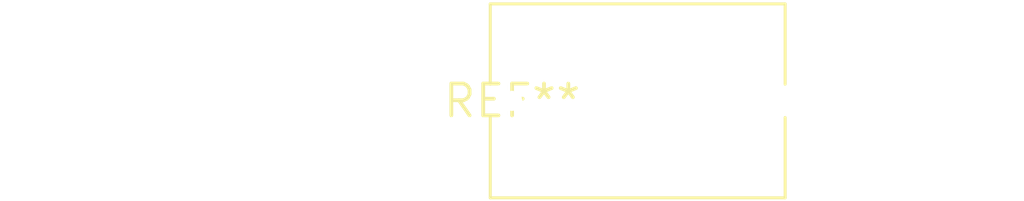
<source format=kicad_pcb>
(kicad_pcb (version 20240108) (generator pcbnew)
  (layers (0 "F.Cu" signal) (31 "B.Cu" signal) (34 "B.Paste" user) (35 "F.Paste" user) (36 "B.SilkS" user "B.Silkscreen") (37 "F.SilkS" user "F.Silkscreen") (38 "B.Mask" user) (39 "F.Mask" user) (44 "Edge.Cuts" user))
  (net 0 "")
  (footprint "C_Rect_L11.5mm_W7.5mm_P10.00mm_MKT" (layer "F.Cu") (at 0 0)
    (property "Reference" "REF**")
    (property "Value" "C_Rect_L11.5mm_W7.5mm_P10.00mm_MKT")
    (fp_line (start -0.87 -3.87) (end -0.87 -0.665) (layer "F.SilkS") (stroke (width 0.12)))
    (fp_line (start -0.87 -3.87) (end 10.87 -3.87) (layer "F.SilkS") (stroke (width 0.12)))
    (fp_line (start -0.87 0.665) (end -0.87 3.87) (layer "F.SilkS") (stroke (width 0.12)))
    (fp_line (start -0.87 3.87) (end 10.87 3.87) (layer "F.SilkS") (stroke (width 0.12)))
    (fp_line (start 10.87 -3.87) (end 10.87 -0.665) (layer "F.SilkS") (stroke (width 0.12)))
    (fp_line (start 10.87 0.665) (end 10.87 3.87) (layer "F.SilkS") (stroke (width 0.12)))
    (pad "1" thru_hole circle (at 0 0) (size 1.6 1.6) (drill 0.8) (layers *.Cu *.Mask) (remove_unused_layers))
    (pad "2" thru_hole circle (at 10 0) (size 1.6 1.6) (drill 0.8) (layers *.Cu *.Mask) (remove_unused_layers))
  )
)
</source>
